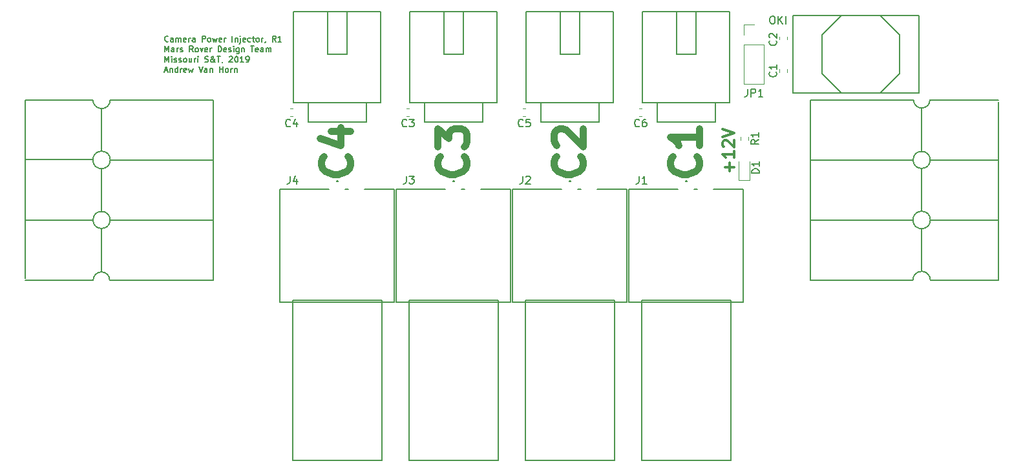
<source format=gbr>
G04 #@! TF.GenerationSoftware,KiCad,Pcbnew,(5.0.2)-1*
G04 #@! TF.CreationDate,2019-04-02T18:39:04-05:00*
G04 #@! TF.ProjectId,CameraPowerInjector_Hardware,43616d65-7261-4506-9f77-6572496e6a65,rev?*
G04 #@! TF.SameCoordinates,Original*
G04 #@! TF.FileFunction,Legend,Top*
G04 #@! TF.FilePolarity,Positive*
%FSLAX46Y46*%
G04 Gerber Fmt 4.6, Leading zero omitted, Abs format (unit mm)*
G04 Created by KiCad (PCBNEW (5.0.2)-1) date 4/2/2019 6:39:04 PM*
%MOMM*%
%LPD*%
G01*
G04 APERTURE LIST*
%ADD10C,0.300000*%
%ADD11C,0.190500*%
%ADD12C,0.952500*%
%ADD13C,0.120000*%
%ADD14C,0.150000*%
%ADD15C,0.152400*%
G04 APERTURE END LIST*
D10*
X127615142Y-116942857D02*
X127615142Y-115800000D01*
X128186571Y-116371428D02*
X127043714Y-116371428D01*
X128186571Y-114300000D02*
X128186571Y-115157142D01*
X128186571Y-114728571D02*
X126686571Y-114728571D01*
X126900857Y-114871428D01*
X127043714Y-115014285D01*
X127115142Y-115157142D01*
X126829428Y-113728571D02*
X126758000Y-113657142D01*
X126686571Y-113514285D01*
X126686571Y-113157142D01*
X126758000Y-113014285D01*
X126829428Y-112942857D01*
X126972285Y-112871428D01*
X127115142Y-112871428D01*
X127329428Y-112942857D01*
X128186571Y-113800000D01*
X128186571Y-112871428D01*
X126686571Y-112442857D02*
X128186571Y-111942857D01*
X126686571Y-111442857D01*
D11*
X54080682Y-99871892D02*
X54044396Y-99908178D01*
X53935539Y-99944464D01*
X53862967Y-99944464D01*
X53754110Y-99908178D01*
X53681539Y-99835607D01*
X53645253Y-99763035D01*
X53608967Y-99617892D01*
X53608967Y-99509035D01*
X53645253Y-99363892D01*
X53681539Y-99291321D01*
X53754110Y-99218750D01*
X53862967Y-99182464D01*
X53935539Y-99182464D01*
X54044396Y-99218750D01*
X54080682Y-99255035D01*
X54733825Y-99944464D02*
X54733825Y-99545321D01*
X54697539Y-99472750D01*
X54624967Y-99436464D01*
X54479825Y-99436464D01*
X54407253Y-99472750D01*
X54733825Y-99908178D02*
X54661253Y-99944464D01*
X54479825Y-99944464D01*
X54407253Y-99908178D01*
X54370967Y-99835607D01*
X54370967Y-99763035D01*
X54407253Y-99690464D01*
X54479825Y-99654178D01*
X54661253Y-99654178D01*
X54733825Y-99617892D01*
X55096682Y-99944464D02*
X55096682Y-99436464D01*
X55096682Y-99509035D02*
X55132967Y-99472750D01*
X55205539Y-99436464D01*
X55314396Y-99436464D01*
X55386967Y-99472750D01*
X55423253Y-99545321D01*
X55423253Y-99944464D01*
X55423253Y-99545321D02*
X55459539Y-99472750D01*
X55532110Y-99436464D01*
X55640967Y-99436464D01*
X55713539Y-99472750D01*
X55749825Y-99545321D01*
X55749825Y-99944464D01*
X56402967Y-99908178D02*
X56330396Y-99944464D01*
X56185253Y-99944464D01*
X56112682Y-99908178D01*
X56076396Y-99835607D01*
X56076396Y-99545321D01*
X56112682Y-99472750D01*
X56185253Y-99436464D01*
X56330396Y-99436464D01*
X56402967Y-99472750D01*
X56439253Y-99545321D01*
X56439253Y-99617892D01*
X56076396Y-99690464D01*
X56765825Y-99944464D02*
X56765825Y-99436464D01*
X56765825Y-99581607D02*
X56802110Y-99509035D01*
X56838396Y-99472750D01*
X56910967Y-99436464D01*
X56983539Y-99436464D01*
X57564110Y-99944464D02*
X57564110Y-99545321D01*
X57527825Y-99472750D01*
X57455253Y-99436464D01*
X57310110Y-99436464D01*
X57237539Y-99472750D01*
X57564110Y-99908178D02*
X57491539Y-99944464D01*
X57310110Y-99944464D01*
X57237539Y-99908178D01*
X57201253Y-99835607D01*
X57201253Y-99763035D01*
X57237539Y-99690464D01*
X57310110Y-99654178D01*
X57491539Y-99654178D01*
X57564110Y-99617892D01*
X58507539Y-99944464D02*
X58507539Y-99182464D01*
X58797825Y-99182464D01*
X58870396Y-99218750D01*
X58906682Y-99255035D01*
X58942967Y-99327607D01*
X58942967Y-99436464D01*
X58906682Y-99509035D01*
X58870396Y-99545321D01*
X58797825Y-99581607D01*
X58507539Y-99581607D01*
X59378396Y-99944464D02*
X59305825Y-99908178D01*
X59269539Y-99871892D01*
X59233253Y-99799321D01*
X59233253Y-99581607D01*
X59269539Y-99509035D01*
X59305825Y-99472750D01*
X59378396Y-99436464D01*
X59487253Y-99436464D01*
X59559825Y-99472750D01*
X59596110Y-99509035D01*
X59632396Y-99581607D01*
X59632396Y-99799321D01*
X59596110Y-99871892D01*
X59559825Y-99908178D01*
X59487253Y-99944464D01*
X59378396Y-99944464D01*
X59886396Y-99436464D02*
X60031539Y-99944464D01*
X60176682Y-99581607D01*
X60321825Y-99944464D01*
X60466967Y-99436464D01*
X61047539Y-99908178D02*
X60974967Y-99944464D01*
X60829825Y-99944464D01*
X60757253Y-99908178D01*
X60720967Y-99835607D01*
X60720967Y-99545321D01*
X60757253Y-99472750D01*
X60829825Y-99436464D01*
X60974967Y-99436464D01*
X61047539Y-99472750D01*
X61083825Y-99545321D01*
X61083825Y-99617892D01*
X60720967Y-99690464D01*
X61410396Y-99944464D02*
X61410396Y-99436464D01*
X61410396Y-99581607D02*
X61446682Y-99509035D01*
X61482967Y-99472750D01*
X61555539Y-99436464D01*
X61628110Y-99436464D01*
X62462682Y-99944464D02*
X62462682Y-99182464D01*
X62825539Y-99436464D02*
X62825539Y-99944464D01*
X62825539Y-99509035D02*
X62861825Y-99472750D01*
X62934396Y-99436464D01*
X63043253Y-99436464D01*
X63115825Y-99472750D01*
X63152110Y-99545321D01*
X63152110Y-99944464D01*
X63514967Y-99436464D02*
X63514967Y-100089607D01*
X63478682Y-100162178D01*
X63406110Y-100198464D01*
X63369825Y-100198464D01*
X63514967Y-99182464D02*
X63478682Y-99218750D01*
X63514967Y-99255035D01*
X63551253Y-99218750D01*
X63514967Y-99182464D01*
X63514967Y-99255035D01*
X64168110Y-99908178D02*
X64095539Y-99944464D01*
X63950396Y-99944464D01*
X63877825Y-99908178D01*
X63841539Y-99835607D01*
X63841539Y-99545321D01*
X63877825Y-99472750D01*
X63950396Y-99436464D01*
X64095539Y-99436464D01*
X64168110Y-99472750D01*
X64204396Y-99545321D01*
X64204396Y-99617892D01*
X63841539Y-99690464D01*
X64857539Y-99908178D02*
X64784967Y-99944464D01*
X64639825Y-99944464D01*
X64567253Y-99908178D01*
X64530967Y-99871892D01*
X64494682Y-99799321D01*
X64494682Y-99581607D01*
X64530967Y-99509035D01*
X64567253Y-99472750D01*
X64639825Y-99436464D01*
X64784967Y-99436464D01*
X64857539Y-99472750D01*
X65075253Y-99436464D02*
X65365539Y-99436464D01*
X65184110Y-99182464D02*
X65184110Y-99835607D01*
X65220396Y-99908178D01*
X65292967Y-99944464D01*
X65365539Y-99944464D01*
X65728396Y-99944464D02*
X65655825Y-99908178D01*
X65619539Y-99871892D01*
X65583253Y-99799321D01*
X65583253Y-99581607D01*
X65619539Y-99509035D01*
X65655825Y-99472750D01*
X65728396Y-99436464D01*
X65837253Y-99436464D01*
X65909825Y-99472750D01*
X65946110Y-99509035D01*
X65982396Y-99581607D01*
X65982396Y-99799321D01*
X65946110Y-99871892D01*
X65909825Y-99908178D01*
X65837253Y-99944464D01*
X65728396Y-99944464D01*
X66308967Y-99944464D02*
X66308967Y-99436464D01*
X66308967Y-99581607D02*
X66345253Y-99509035D01*
X66381539Y-99472750D01*
X66454110Y-99436464D01*
X66526682Y-99436464D01*
X66816967Y-99908178D02*
X66816967Y-99944464D01*
X66780682Y-100017035D01*
X66744396Y-100053321D01*
X68159539Y-99944464D02*
X67905539Y-99581607D01*
X67724110Y-99944464D02*
X67724110Y-99182464D01*
X68014396Y-99182464D01*
X68086967Y-99218750D01*
X68123253Y-99255035D01*
X68159539Y-99327607D01*
X68159539Y-99436464D01*
X68123253Y-99509035D01*
X68086967Y-99545321D01*
X68014396Y-99581607D01*
X67724110Y-99581607D01*
X68885253Y-99944464D02*
X68449825Y-99944464D01*
X68667539Y-99944464D02*
X68667539Y-99182464D01*
X68594967Y-99291321D01*
X68522396Y-99363892D01*
X68449825Y-99400178D01*
X53645253Y-101277964D02*
X53645253Y-100515964D01*
X53899253Y-101060250D01*
X54153253Y-100515964D01*
X54153253Y-101277964D01*
X54842682Y-101277964D02*
X54842682Y-100878821D01*
X54806396Y-100806250D01*
X54733825Y-100769964D01*
X54588682Y-100769964D01*
X54516110Y-100806250D01*
X54842682Y-101241678D02*
X54770110Y-101277964D01*
X54588682Y-101277964D01*
X54516110Y-101241678D01*
X54479825Y-101169107D01*
X54479825Y-101096535D01*
X54516110Y-101023964D01*
X54588682Y-100987678D01*
X54770110Y-100987678D01*
X54842682Y-100951392D01*
X55205539Y-101277964D02*
X55205539Y-100769964D01*
X55205539Y-100915107D02*
X55241825Y-100842535D01*
X55278110Y-100806250D01*
X55350682Y-100769964D01*
X55423253Y-100769964D01*
X55640967Y-101241678D02*
X55713539Y-101277964D01*
X55858682Y-101277964D01*
X55931253Y-101241678D01*
X55967539Y-101169107D01*
X55967539Y-101132821D01*
X55931253Y-101060250D01*
X55858682Y-101023964D01*
X55749825Y-101023964D01*
X55677253Y-100987678D01*
X55640967Y-100915107D01*
X55640967Y-100878821D01*
X55677253Y-100806250D01*
X55749825Y-100769964D01*
X55858682Y-100769964D01*
X55931253Y-100806250D01*
X57310110Y-101277964D02*
X57056110Y-100915107D01*
X56874682Y-101277964D02*
X56874682Y-100515964D01*
X57164967Y-100515964D01*
X57237539Y-100552250D01*
X57273825Y-100588535D01*
X57310110Y-100661107D01*
X57310110Y-100769964D01*
X57273825Y-100842535D01*
X57237539Y-100878821D01*
X57164967Y-100915107D01*
X56874682Y-100915107D01*
X57745539Y-101277964D02*
X57672967Y-101241678D01*
X57636682Y-101205392D01*
X57600396Y-101132821D01*
X57600396Y-100915107D01*
X57636682Y-100842535D01*
X57672967Y-100806250D01*
X57745539Y-100769964D01*
X57854396Y-100769964D01*
X57926967Y-100806250D01*
X57963253Y-100842535D01*
X57999539Y-100915107D01*
X57999539Y-101132821D01*
X57963253Y-101205392D01*
X57926967Y-101241678D01*
X57854396Y-101277964D01*
X57745539Y-101277964D01*
X58253539Y-100769964D02*
X58434967Y-101277964D01*
X58616396Y-100769964D01*
X59196967Y-101241678D02*
X59124396Y-101277964D01*
X58979253Y-101277964D01*
X58906682Y-101241678D01*
X58870396Y-101169107D01*
X58870396Y-100878821D01*
X58906682Y-100806250D01*
X58979253Y-100769964D01*
X59124396Y-100769964D01*
X59196967Y-100806250D01*
X59233253Y-100878821D01*
X59233253Y-100951392D01*
X58870396Y-101023964D01*
X59559825Y-101277964D02*
X59559825Y-100769964D01*
X59559825Y-100915107D02*
X59596110Y-100842535D01*
X59632396Y-100806250D01*
X59704967Y-100769964D01*
X59777539Y-100769964D01*
X60612110Y-101277964D02*
X60612110Y-100515964D01*
X60793539Y-100515964D01*
X60902396Y-100552250D01*
X60974967Y-100624821D01*
X61011253Y-100697392D01*
X61047539Y-100842535D01*
X61047539Y-100951392D01*
X61011253Y-101096535D01*
X60974967Y-101169107D01*
X60902396Y-101241678D01*
X60793539Y-101277964D01*
X60612110Y-101277964D01*
X61664396Y-101241678D02*
X61591825Y-101277964D01*
X61446682Y-101277964D01*
X61374110Y-101241678D01*
X61337825Y-101169107D01*
X61337825Y-100878821D01*
X61374110Y-100806250D01*
X61446682Y-100769964D01*
X61591825Y-100769964D01*
X61664396Y-100806250D01*
X61700682Y-100878821D01*
X61700682Y-100951392D01*
X61337825Y-101023964D01*
X61990967Y-101241678D02*
X62063539Y-101277964D01*
X62208682Y-101277964D01*
X62281253Y-101241678D01*
X62317539Y-101169107D01*
X62317539Y-101132821D01*
X62281253Y-101060250D01*
X62208682Y-101023964D01*
X62099825Y-101023964D01*
X62027253Y-100987678D01*
X61990967Y-100915107D01*
X61990967Y-100878821D01*
X62027253Y-100806250D01*
X62099825Y-100769964D01*
X62208682Y-100769964D01*
X62281253Y-100806250D01*
X62644110Y-101277964D02*
X62644110Y-100769964D01*
X62644110Y-100515964D02*
X62607825Y-100552250D01*
X62644110Y-100588535D01*
X62680396Y-100552250D01*
X62644110Y-100515964D01*
X62644110Y-100588535D01*
X63333539Y-100769964D02*
X63333539Y-101386821D01*
X63297253Y-101459392D01*
X63260967Y-101495678D01*
X63188396Y-101531964D01*
X63079539Y-101531964D01*
X63006967Y-101495678D01*
X63333539Y-101241678D02*
X63260967Y-101277964D01*
X63115825Y-101277964D01*
X63043253Y-101241678D01*
X63006967Y-101205392D01*
X62970682Y-101132821D01*
X62970682Y-100915107D01*
X63006967Y-100842535D01*
X63043253Y-100806250D01*
X63115825Y-100769964D01*
X63260967Y-100769964D01*
X63333539Y-100806250D01*
X63696396Y-100769964D02*
X63696396Y-101277964D01*
X63696396Y-100842535D02*
X63732682Y-100806250D01*
X63805253Y-100769964D01*
X63914110Y-100769964D01*
X63986682Y-100806250D01*
X64022967Y-100878821D01*
X64022967Y-101277964D01*
X64857539Y-100515964D02*
X65292967Y-100515964D01*
X65075253Y-101277964D02*
X65075253Y-100515964D01*
X65837253Y-101241678D02*
X65764682Y-101277964D01*
X65619539Y-101277964D01*
X65546967Y-101241678D01*
X65510682Y-101169107D01*
X65510682Y-100878821D01*
X65546967Y-100806250D01*
X65619539Y-100769964D01*
X65764682Y-100769964D01*
X65837253Y-100806250D01*
X65873539Y-100878821D01*
X65873539Y-100951392D01*
X65510682Y-101023964D01*
X66526682Y-101277964D02*
X66526682Y-100878821D01*
X66490396Y-100806250D01*
X66417825Y-100769964D01*
X66272682Y-100769964D01*
X66200110Y-100806250D01*
X66526682Y-101241678D02*
X66454110Y-101277964D01*
X66272682Y-101277964D01*
X66200110Y-101241678D01*
X66163825Y-101169107D01*
X66163825Y-101096535D01*
X66200110Y-101023964D01*
X66272682Y-100987678D01*
X66454110Y-100987678D01*
X66526682Y-100951392D01*
X66889539Y-101277964D02*
X66889539Y-100769964D01*
X66889539Y-100842535D02*
X66925825Y-100806250D01*
X66998396Y-100769964D01*
X67107253Y-100769964D01*
X67179825Y-100806250D01*
X67216110Y-100878821D01*
X67216110Y-101277964D01*
X67216110Y-100878821D02*
X67252396Y-100806250D01*
X67324967Y-100769964D01*
X67433825Y-100769964D01*
X67506396Y-100806250D01*
X67542682Y-100878821D01*
X67542682Y-101277964D01*
X53645253Y-102611464D02*
X53645253Y-101849464D01*
X53899253Y-102393750D01*
X54153253Y-101849464D01*
X54153253Y-102611464D01*
X54516110Y-102611464D02*
X54516110Y-102103464D01*
X54516110Y-101849464D02*
X54479825Y-101885750D01*
X54516110Y-101922035D01*
X54552396Y-101885750D01*
X54516110Y-101849464D01*
X54516110Y-101922035D01*
X54842682Y-102575178D02*
X54915253Y-102611464D01*
X55060396Y-102611464D01*
X55132967Y-102575178D01*
X55169253Y-102502607D01*
X55169253Y-102466321D01*
X55132967Y-102393750D01*
X55060396Y-102357464D01*
X54951539Y-102357464D01*
X54878967Y-102321178D01*
X54842682Y-102248607D01*
X54842682Y-102212321D01*
X54878967Y-102139750D01*
X54951539Y-102103464D01*
X55060396Y-102103464D01*
X55132967Y-102139750D01*
X55459539Y-102575178D02*
X55532110Y-102611464D01*
X55677253Y-102611464D01*
X55749825Y-102575178D01*
X55786110Y-102502607D01*
X55786110Y-102466321D01*
X55749825Y-102393750D01*
X55677253Y-102357464D01*
X55568396Y-102357464D01*
X55495825Y-102321178D01*
X55459539Y-102248607D01*
X55459539Y-102212321D01*
X55495825Y-102139750D01*
X55568396Y-102103464D01*
X55677253Y-102103464D01*
X55749825Y-102139750D01*
X56221539Y-102611464D02*
X56148967Y-102575178D01*
X56112682Y-102538892D01*
X56076396Y-102466321D01*
X56076396Y-102248607D01*
X56112682Y-102176035D01*
X56148967Y-102139750D01*
X56221539Y-102103464D01*
X56330396Y-102103464D01*
X56402967Y-102139750D01*
X56439253Y-102176035D01*
X56475539Y-102248607D01*
X56475539Y-102466321D01*
X56439253Y-102538892D01*
X56402967Y-102575178D01*
X56330396Y-102611464D01*
X56221539Y-102611464D01*
X57128682Y-102103464D02*
X57128682Y-102611464D01*
X56802110Y-102103464D02*
X56802110Y-102502607D01*
X56838396Y-102575178D01*
X56910967Y-102611464D01*
X57019825Y-102611464D01*
X57092396Y-102575178D01*
X57128682Y-102538892D01*
X57491539Y-102611464D02*
X57491539Y-102103464D01*
X57491539Y-102248607D02*
X57527825Y-102176035D01*
X57564110Y-102139750D01*
X57636682Y-102103464D01*
X57709253Y-102103464D01*
X57963253Y-102611464D02*
X57963253Y-102103464D01*
X57963253Y-101849464D02*
X57926967Y-101885750D01*
X57963253Y-101922035D01*
X57999539Y-101885750D01*
X57963253Y-101849464D01*
X57963253Y-101922035D01*
X58870396Y-102575178D02*
X58979253Y-102611464D01*
X59160682Y-102611464D01*
X59233253Y-102575178D01*
X59269539Y-102538892D01*
X59305825Y-102466321D01*
X59305825Y-102393750D01*
X59269539Y-102321178D01*
X59233253Y-102284892D01*
X59160682Y-102248607D01*
X59015539Y-102212321D01*
X58942967Y-102176035D01*
X58906682Y-102139750D01*
X58870396Y-102067178D01*
X58870396Y-101994607D01*
X58906682Y-101922035D01*
X58942967Y-101885750D01*
X59015539Y-101849464D01*
X59196967Y-101849464D01*
X59305825Y-101885750D01*
X60249253Y-102611464D02*
X60212967Y-102611464D01*
X60140396Y-102575178D01*
X60031539Y-102466321D01*
X59850110Y-102248607D01*
X59777539Y-102139750D01*
X59741253Y-102030892D01*
X59741253Y-101958321D01*
X59777539Y-101885750D01*
X59850110Y-101849464D01*
X59886396Y-101849464D01*
X59958967Y-101885750D01*
X59995253Y-101958321D01*
X59995253Y-101994607D01*
X59958967Y-102067178D01*
X59922682Y-102103464D01*
X59704967Y-102248607D01*
X59668682Y-102284892D01*
X59632396Y-102357464D01*
X59632396Y-102466321D01*
X59668682Y-102538892D01*
X59704967Y-102575178D01*
X59777539Y-102611464D01*
X59886396Y-102611464D01*
X59958967Y-102575178D01*
X59995253Y-102538892D01*
X60104110Y-102393750D01*
X60140396Y-102284892D01*
X60140396Y-102212321D01*
X60466967Y-101849464D02*
X60902396Y-101849464D01*
X60684682Y-102611464D02*
X60684682Y-101849464D01*
X61192682Y-102575178D02*
X61192682Y-102611464D01*
X61156396Y-102684035D01*
X61120110Y-102720321D01*
X62063539Y-101922035D02*
X62099825Y-101885750D01*
X62172396Y-101849464D01*
X62353825Y-101849464D01*
X62426396Y-101885750D01*
X62462682Y-101922035D01*
X62498967Y-101994607D01*
X62498967Y-102067178D01*
X62462682Y-102176035D01*
X62027253Y-102611464D01*
X62498967Y-102611464D01*
X62970682Y-101849464D02*
X63043253Y-101849464D01*
X63115825Y-101885750D01*
X63152110Y-101922035D01*
X63188396Y-101994607D01*
X63224682Y-102139750D01*
X63224682Y-102321178D01*
X63188396Y-102466321D01*
X63152110Y-102538892D01*
X63115825Y-102575178D01*
X63043253Y-102611464D01*
X62970682Y-102611464D01*
X62898110Y-102575178D01*
X62861825Y-102538892D01*
X62825539Y-102466321D01*
X62789253Y-102321178D01*
X62789253Y-102139750D01*
X62825539Y-101994607D01*
X62861825Y-101922035D01*
X62898110Y-101885750D01*
X62970682Y-101849464D01*
X63950396Y-102611464D02*
X63514967Y-102611464D01*
X63732682Y-102611464D02*
X63732682Y-101849464D01*
X63660110Y-101958321D01*
X63587539Y-102030892D01*
X63514967Y-102067178D01*
X64313253Y-102611464D02*
X64458396Y-102611464D01*
X64530967Y-102575178D01*
X64567253Y-102538892D01*
X64639825Y-102430035D01*
X64676110Y-102284892D01*
X64676110Y-101994607D01*
X64639825Y-101922035D01*
X64603539Y-101885750D01*
X64530967Y-101849464D01*
X64385825Y-101849464D01*
X64313253Y-101885750D01*
X64276967Y-101922035D01*
X64240682Y-101994607D01*
X64240682Y-102176035D01*
X64276967Y-102248607D01*
X64313253Y-102284892D01*
X64385825Y-102321178D01*
X64530967Y-102321178D01*
X64603539Y-102284892D01*
X64639825Y-102248607D01*
X64676110Y-102176035D01*
X53608967Y-103727250D02*
X53971825Y-103727250D01*
X53536396Y-103944964D02*
X53790396Y-103182964D01*
X54044396Y-103944964D01*
X54298396Y-103436964D02*
X54298396Y-103944964D01*
X54298396Y-103509535D02*
X54334682Y-103473250D01*
X54407253Y-103436964D01*
X54516110Y-103436964D01*
X54588682Y-103473250D01*
X54624967Y-103545821D01*
X54624967Y-103944964D01*
X55314396Y-103944964D02*
X55314396Y-103182964D01*
X55314396Y-103908678D02*
X55241825Y-103944964D01*
X55096682Y-103944964D01*
X55024110Y-103908678D01*
X54987825Y-103872392D01*
X54951539Y-103799821D01*
X54951539Y-103582107D01*
X54987825Y-103509535D01*
X55024110Y-103473250D01*
X55096682Y-103436964D01*
X55241825Y-103436964D01*
X55314396Y-103473250D01*
X55677253Y-103944964D02*
X55677253Y-103436964D01*
X55677253Y-103582107D02*
X55713539Y-103509535D01*
X55749825Y-103473250D01*
X55822396Y-103436964D01*
X55894967Y-103436964D01*
X56439253Y-103908678D02*
X56366682Y-103944964D01*
X56221539Y-103944964D01*
X56148967Y-103908678D01*
X56112682Y-103836107D01*
X56112682Y-103545821D01*
X56148967Y-103473250D01*
X56221539Y-103436964D01*
X56366682Y-103436964D01*
X56439253Y-103473250D01*
X56475539Y-103545821D01*
X56475539Y-103618392D01*
X56112682Y-103690964D01*
X56729539Y-103436964D02*
X56874682Y-103944964D01*
X57019825Y-103582107D01*
X57164967Y-103944964D01*
X57310110Y-103436964D01*
X58072110Y-103182964D02*
X58326110Y-103944964D01*
X58580110Y-103182964D01*
X59160682Y-103944964D02*
X59160682Y-103545821D01*
X59124396Y-103473250D01*
X59051825Y-103436964D01*
X58906682Y-103436964D01*
X58834110Y-103473250D01*
X59160682Y-103908678D02*
X59088110Y-103944964D01*
X58906682Y-103944964D01*
X58834110Y-103908678D01*
X58797825Y-103836107D01*
X58797825Y-103763535D01*
X58834110Y-103690964D01*
X58906682Y-103654678D01*
X59088110Y-103654678D01*
X59160682Y-103618392D01*
X59523539Y-103436964D02*
X59523539Y-103944964D01*
X59523539Y-103509535D02*
X59559825Y-103473250D01*
X59632396Y-103436964D01*
X59741253Y-103436964D01*
X59813825Y-103473250D01*
X59850110Y-103545821D01*
X59850110Y-103944964D01*
X60793539Y-103944964D02*
X60793539Y-103182964D01*
X60793539Y-103545821D02*
X61228967Y-103545821D01*
X61228967Y-103944964D02*
X61228967Y-103182964D01*
X61700682Y-103944964D02*
X61628110Y-103908678D01*
X61591825Y-103872392D01*
X61555539Y-103799821D01*
X61555539Y-103582107D01*
X61591825Y-103509535D01*
X61628110Y-103473250D01*
X61700682Y-103436964D01*
X61809539Y-103436964D01*
X61882110Y-103473250D01*
X61918396Y-103509535D01*
X61954682Y-103582107D01*
X61954682Y-103799821D01*
X61918396Y-103872392D01*
X61882110Y-103908678D01*
X61809539Y-103944964D01*
X61700682Y-103944964D01*
X62281253Y-103944964D02*
X62281253Y-103436964D01*
X62281253Y-103582107D02*
X62317539Y-103509535D01*
X62353825Y-103473250D01*
X62426396Y-103436964D01*
X62498967Y-103436964D01*
X62752967Y-103436964D02*
X62752967Y-103944964D01*
X62752967Y-103509535D02*
X62789253Y-103473250D01*
X62861825Y-103436964D01*
X62970682Y-103436964D01*
X63043253Y-103473250D01*
X63079539Y-103545821D01*
X63079539Y-103944964D01*
D12*
X123280714Y-114935000D02*
X123462142Y-115116428D01*
X123643571Y-115660714D01*
X123643571Y-116023571D01*
X123462142Y-116567857D01*
X123099285Y-116930714D01*
X122736428Y-117112142D01*
X122010714Y-117293571D01*
X121466428Y-117293571D01*
X120740714Y-117112142D01*
X120377857Y-116930714D01*
X120015000Y-116567857D01*
X119833571Y-116023571D01*
X119833571Y-115660714D01*
X120015000Y-115116428D01*
X120196428Y-114935000D01*
X123643571Y-111306428D02*
X123643571Y-113483571D01*
X123643571Y-112395000D02*
X119833571Y-112395000D01*
X120377857Y-112757857D01*
X120740714Y-113120714D01*
X120922142Y-113483571D01*
X108040714Y-114935000D02*
X108222142Y-115116428D01*
X108403571Y-115660714D01*
X108403571Y-116023571D01*
X108222142Y-116567857D01*
X107859285Y-116930714D01*
X107496428Y-117112142D01*
X106770714Y-117293571D01*
X106226428Y-117293571D01*
X105500714Y-117112142D01*
X105137857Y-116930714D01*
X104775000Y-116567857D01*
X104593571Y-116023571D01*
X104593571Y-115660714D01*
X104775000Y-115116428D01*
X104956428Y-114935000D01*
X104956428Y-113483571D02*
X104775000Y-113302142D01*
X104593571Y-112939285D01*
X104593571Y-112032142D01*
X104775000Y-111669285D01*
X104956428Y-111487857D01*
X105319285Y-111306428D01*
X105682142Y-111306428D01*
X106226428Y-111487857D01*
X108403571Y-113665000D01*
X108403571Y-111306428D01*
X77560714Y-114935000D02*
X77742142Y-115116428D01*
X77923571Y-115660714D01*
X77923571Y-116023571D01*
X77742142Y-116567857D01*
X77379285Y-116930714D01*
X77016428Y-117112142D01*
X76290714Y-117293571D01*
X75746428Y-117293571D01*
X75020714Y-117112142D01*
X74657857Y-116930714D01*
X74295000Y-116567857D01*
X74113571Y-116023571D01*
X74113571Y-115660714D01*
X74295000Y-115116428D01*
X74476428Y-114935000D01*
X75383571Y-111669285D02*
X77923571Y-111669285D01*
X73932142Y-112576428D02*
X76653571Y-113483571D01*
X76653571Y-111125000D01*
X92800714Y-114935000D02*
X92982142Y-115116428D01*
X93163571Y-115660714D01*
X93163571Y-116023571D01*
X92982142Y-116567857D01*
X92619285Y-116930714D01*
X92256428Y-117112142D01*
X91530714Y-117293571D01*
X90986428Y-117293571D01*
X90260714Y-117112142D01*
X89897857Y-116930714D01*
X89535000Y-116567857D01*
X89353571Y-116023571D01*
X89353571Y-115660714D01*
X89535000Y-115116428D01*
X89716428Y-114935000D01*
X89353571Y-113665000D02*
X89353571Y-111306428D01*
X90805000Y-112576428D01*
X90805000Y-112032142D01*
X90986428Y-111669285D01*
X91167857Y-111487857D01*
X91530714Y-111306428D01*
X92437857Y-111306428D01*
X92800714Y-111487857D01*
X92982142Y-111669285D01*
X93163571Y-112032142D01*
X93163571Y-113120714D01*
X92982142Y-113483571D01*
X92800714Y-113665000D01*
D13*
G04 #@! TO.C,C1*
X135130000Y-103916267D02*
X135130000Y-103573733D01*
X134110000Y-103916267D02*
X134110000Y-103573733D01*
G04 #@! TO.C,C2*
X135130000Y-99283733D02*
X135130000Y-99626267D01*
X134110000Y-99283733D02*
X134110000Y-99626267D01*
G04 #@! TO.C,C3*
X85656267Y-109730000D02*
X85313733Y-109730000D01*
X85656267Y-108710000D02*
X85313733Y-108710000D01*
G04 #@! TO.C,C4*
X70416267Y-108710000D02*
X70073733Y-108710000D01*
X70416267Y-109730000D02*
X70073733Y-109730000D01*
G04 #@! TO.C,C5*
X100896267Y-109730000D02*
X100553733Y-109730000D01*
X100896267Y-108710000D02*
X100553733Y-108710000D01*
G04 #@! TO.C,C6*
X116136267Y-108710000D02*
X115793733Y-108710000D01*
X116136267Y-109730000D02*
X115793733Y-109730000D01*
D14*
G04 #@! TO.C,Conn1*
X138180000Y-107569000D02*
X138180000Y-131193000D01*
X162818000Y-107821000D02*
X162818000Y-131193000D01*
X150495000Y-131191000D02*
X138176000Y-131191000D01*
X162814000Y-131191000D02*
X155067000Y-131191000D01*
X155067000Y-115443000D02*
X162814000Y-115443000D01*
X150495000Y-115443000D02*
X138176000Y-115443000D01*
X153924000Y-123317000D02*
G75*
G03X153924000Y-123317000I-1143000J0D01*
G01*
X152781000Y-125603000D02*
X152781000Y-128879600D01*
X150495000Y-123317000D02*
X138176000Y-123317000D01*
X152781000Y-121031000D02*
X152781000Y-117729000D01*
X150495000Y-123317000D02*
X151638000Y-123317000D01*
X152781000Y-125603000D02*
X152781000Y-124460000D01*
X162814000Y-123342400D02*
X153924000Y-123342400D01*
X152781000Y-121031000D02*
X152781000Y-122174000D01*
X152781000Y-130048000D02*
X152781000Y-128879600D01*
X150520400Y-131191000D02*
X151612600Y-131191000D01*
X155092400Y-115443000D02*
X153924000Y-115443000D01*
X152781000Y-117754400D02*
X152781000Y-116586000D01*
X150469600Y-115443000D02*
X151663400Y-115443000D01*
X153924000Y-131191000D02*
G75*
G03X152781000Y-130048000I-1143000J0D01*
G01*
X152781000Y-130048000D02*
G75*
G03X151638000Y-131191000I0J-1143000D01*
G01*
X153924000Y-131191000D02*
X155143200Y-131191000D01*
X151663400Y-107569000D02*
X138180000Y-107569000D01*
X153924000Y-107569000D02*
X162814000Y-107569000D01*
X153898600Y-115443000D02*
G75*
G03X153898600Y-115443000I-1117600J0D01*
G01*
X152806400Y-108635800D02*
G75*
G03X153873200Y-107569000I0J1066800D01*
G01*
X151714200Y-107569000D02*
G75*
G03X152781000Y-108635800I1066800J0D01*
G01*
X152781000Y-114274600D02*
X152781000Y-108712000D01*
G04 #@! TO.C,Conn2*
X118110000Y-110490000D02*
X118110000Y-107950000D01*
X125730000Y-107950000D02*
X125730000Y-110490000D01*
X120650000Y-100330000D02*
X120650000Y-96520000D01*
X120650000Y-100330000D02*
X120650000Y-101600000D01*
X118110000Y-107950000D02*
X116205000Y-107950000D01*
X116205000Y-107950000D02*
X116205000Y-96012000D01*
X120650000Y-96012000D02*
X120650000Y-96520000D01*
X127635000Y-107950000D02*
X127635000Y-96012000D01*
X123190000Y-96012000D02*
X123190000Y-101600000D01*
X125730000Y-110490000D02*
X118110000Y-110490000D01*
X127635000Y-107950000D02*
X118110000Y-107950000D01*
X127635000Y-96012000D02*
X116205000Y-96012000D01*
X123190000Y-101600000D02*
X120650000Y-101600000D01*
G04 #@! TO.C,Conn3*
X107950000Y-101600000D02*
X105410000Y-101600000D01*
X112395000Y-96012000D02*
X100965000Y-96012000D01*
X112395000Y-107950000D02*
X102870000Y-107950000D01*
X110490000Y-110490000D02*
X102870000Y-110490000D01*
X107950000Y-96012000D02*
X107950000Y-101600000D01*
X112395000Y-107950000D02*
X112395000Y-96012000D01*
X105410000Y-96012000D02*
X105410000Y-96520000D01*
X100965000Y-107950000D02*
X100965000Y-96012000D01*
X102870000Y-107950000D02*
X100965000Y-107950000D01*
X105410000Y-100330000D02*
X105410000Y-101600000D01*
X105410000Y-100330000D02*
X105410000Y-96520000D01*
X110490000Y-107950000D02*
X110490000Y-110490000D01*
X102870000Y-110490000D02*
X102870000Y-107950000D01*
G04 #@! TO.C,Conn4*
X87630000Y-110490000D02*
X87630000Y-107950000D01*
X95250000Y-107950000D02*
X95250000Y-110490000D01*
X90170000Y-100330000D02*
X90170000Y-96520000D01*
X90170000Y-100330000D02*
X90170000Y-101600000D01*
X87630000Y-107950000D02*
X85725000Y-107950000D01*
X85725000Y-107950000D02*
X85725000Y-96012000D01*
X90170000Y-96012000D02*
X90170000Y-96520000D01*
X97155000Y-107950000D02*
X97155000Y-96012000D01*
X92710000Y-96012000D02*
X92710000Y-101600000D01*
X95250000Y-110490000D02*
X87630000Y-110490000D01*
X97155000Y-107950000D02*
X87630000Y-107950000D01*
X97155000Y-96012000D02*
X85725000Y-96012000D01*
X92710000Y-101600000D02*
X90170000Y-101600000D01*
G04 #@! TO.C,Conn5*
X77470000Y-101600000D02*
X74930000Y-101600000D01*
X81915000Y-96012000D02*
X70485000Y-96012000D01*
X81915000Y-107950000D02*
X72390000Y-107950000D01*
X80010000Y-110490000D02*
X72390000Y-110490000D01*
X77470000Y-96012000D02*
X77470000Y-101600000D01*
X81915000Y-107950000D02*
X81915000Y-96012000D01*
X74930000Y-96012000D02*
X74930000Y-96520000D01*
X70485000Y-107950000D02*
X70485000Y-96012000D01*
X72390000Y-107950000D02*
X70485000Y-107950000D01*
X74930000Y-100330000D02*
X74930000Y-101600000D01*
X74930000Y-100330000D02*
X74930000Y-96520000D01*
X80010000Y-107950000D02*
X80010000Y-110490000D01*
X72390000Y-110490000D02*
X72390000Y-107950000D01*
G04 #@! TO.C,Conn6*
X45339000Y-124485400D02*
X45339000Y-130048000D01*
X46405800Y-131191000D02*
G75*
G03X45339000Y-130124200I-1066800J0D01*
G01*
X45313600Y-130124200D02*
G75*
G03X44246800Y-131191000I0J-1066800D01*
G01*
X46456600Y-123317000D02*
G75*
G03X46456600Y-123317000I-1117600J0D01*
G01*
X44196000Y-131191000D02*
X35306000Y-131191000D01*
X46456600Y-131191000D02*
X59940000Y-131191000D01*
X44196000Y-107569000D02*
X42976800Y-107569000D01*
X45339000Y-108712000D02*
G75*
G03X46482000Y-107569000I0J1143000D01*
G01*
X44196000Y-107569000D02*
G75*
G03X45339000Y-108712000I1143000J0D01*
G01*
X47650400Y-123317000D02*
X46456600Y-123317000D01*
X45339000Y-121005600D02*
X45339000Y-122174000D01*
X43027600Y-123317000D02*
X44196000Y-123317000D01*
X47599600Y-107569000D02*
X46507400Y-107569000D01*
X45339000Y-108712000D02*
X45339000Y-109880400D01*
X45339000Y-117729000D02*
X45339000Y-116586000D01*
X35306000Y-115417600D02*
X44196000Y-115417600D01*
X45339000Y-113157000D02*
X45339000Y-114300000D01*
X47625000Y-115443000D02*
X46482000Y-115443000D01*
X45339000Y-117729000D02*
X45339000Y-121031000D01*
X47625000Y-115443000D02*
X59944000Y-115443000D01*
X45339000Y-113157000D02*
X45339000Y-109880400D01*
X46482000Y-115443000D02*
G75*
G03X46482000Y-115443000I-1143000J0D01*
G01*
X47625000Y-123317000D02*
X59944000Y-123317000D01*
X43053000Y-123317000D02*
X35306000Y-123317000D01*
X35306000Y-107569000D02*
X43053000Y-107569000D01*
X47625000Y-107569000D02*
X59944000Y-107569000D01*
X35302000Y-130939000D02*
X35302000Y-107567000D01*
X59940000Y-131191000D02*
X59940000Y-107567000D01*
D15*
G04 #@! TO.C,J1*
X121830539Y-118288921D02*
X121920000Y-118110000D01*
X122009461Y-118288921D02*
X121920000Y-118110000D01*
X127762000Y-133858000D02*
X116078000Y-133858000D01*
X116078000Y-133858000D02*
X116078000Y-154813000D01*
X116078000Y-154813000D02*
X127762000Y-154813000D01*
X127762000Y-154813000D02*
X127762000Y-133858000D01*
X129400300Y-119253000D02*
X125547348Y-119253000D01*
X114439700Y-119253000D02*
X114439700Y-134112000D01*
X114439700Y-134112000D02*
X129400300Y-134112000D01*
X129400300Y-134112000D02*
X129400300Y-119253000D01*
X120832652Y-119253000D02*
X114439700Y-119253000D01*
X123372652Y-119253000D02*
X123007348Y-119253000D01*
G04 #@! TO.C,J2*
X108132652Y-119253000D02*
X107767348Y-119253000D01*
X105592652Y-119253000D02*
X99199700Y-119253000D01*
X114160300Y-134112000D02*
X114160300Y-119253000D01*
X99199700Y-134112000D02*
X114160300Y-134112000D01*
X99199700Y-119253000D02*
X99199700Y-134112000D01*
X114160300Y-119253000D02*
X110307348Y-119253000D01*
X112522000Y-154813000D02*
X112522000Y-133858000D01*
X100838000Y-154813000D02*
X112522000Y-154813000D01*
X100838000Y-133858000D02*
X100838000Y-154813000D01*
X112522000Y-133858000D02*
X100838000Y-133858000D01*
X106769461Y-118288921D02*
X106680000Y-118110000D01*
X106590539Y-118288921D02*
X106680000Y-118110000D01*
G04 #@! TO.C,J3*
X91350539Y-118288921D02*
X91440000Y-118110000D01*
X91529461Y-118288921D02*
X91440000Y-118110000D01*
X97282000Y-133858000D02*
X85598000Y-133858000D01*
X85598000Y-133858000D02*
X85598000Y-154813000D01*
X85598000Y-154813000D02*
X97282000Y-154813000D01*
X97282000Y-154813000D02*
X97282000Y-133858000D01*
X98920300Y-119253000D02*
X95067348Y-119253000D01*
X83959700Y-119253000D02*
X83959700Y-134112000D01*
X83959700Y-134112000D02*
X98920300Y-134112000D01*
X98920300Y-134112000D02*
X98920300Y-119253000D01*
X90352652Y-119253000D02*
X83959700Y-119253000D01*
X92892652Y-119253000D02*
X92527348Y-119253000D01*
G04 #@! TO.C,J4*
X77652652Y-119253000D02*
X77287348Y-119253000D01*
X75112652Y-119253000D02*
X68719700Y-119253000D01*
X83680300Y-134112000D02*
X83680300Y-119253000D01*
X68719700Y-134112000D02*
X83680300Y-134112000D01*
X68719700Y-119253000D02*
X68719700Y-134112000D01*
X83680300Y-119253000D02*
X79827348Y-119253000D01*
X82042000Y-154813000D02*
X82042000Y-133858000D01*
X70358000Y-154813000D02*
X82042000Y-154813000D01*
X70358000Y-133858000D02*
X70358000Y-154813000D01*
X82042000Y-133858000D02*
X70358000Y-133858000D01*
X76289461Y-118288921D02*
X76200000Y-118110000D01*
X76110539Y-118288921D02*
X76200000Y-118110000D01*
D13*
G04 #@! TO.C,JP1*
X129480000Y-105470000D02*
X132140000Y-105470000D01*
X129480000Y-100330000D02*
X129480000Y-105470000D01*
X132140000Y-100330000D02*
X132140000Y-105470000D01*
X129480000Y-100330000D02*
X132140000Y-100330000D01*
X129480000Y-99060000D02*
X129480000Y-97730000D01*
X129480000Y-97730000D02*
X130810000Y-97730000D01*
D14*
G04 #@! TO.C,U1*
X139700000Y-99060000D02*
X142240000Y-96520000D01*
X142240000Y-96520000D02*
X147320000Y-96520000D01*
X147320000Y-96520000D02*
X149860000Y-99060000D01*
X149860000Y-99060000D02*
X149860000Y-104140000D01*
X149860000Y-104140000D02*
X147320000Y-106680000D01*
X147320000Y-106680000D02*
X142240000Y-106680000D01*
X142240000Y-106680000D02*
X139700000Y-104140000D01*
X139700000Y-104140000D02*
X139700000Y-99060000D01*
X152400000Y-106680000D02*
X152400000Y-96520000D01*
X135890000Y-106680000D02*
X135890000Y-96520000D01*
X135890000Y-96520000D02*
X152400000Y-96520000D01*
X152400000Y-106680000D02*
X135890000Y-106680000D01*
D13*
G04 #@! TO.C,D1*
X128805000Y-115645000D02*
X128805000Y-118105000D01*
X128805000Y-118105000D02*
X130275000Y-118105000D01*
X130275000Y-118105000D02*
X130275000Y-115645000D01*
G04 #@! TO.C,R1*
X130050000Y-112463733D02*
X130050000Y-112806267D01*
X129030000Y-112463733D02*
X129030000Y-112806267D01*
G04 #@! TO.C,C1*
D14*
X133707142Y-103911666D02*
X133754761Y-103959285D01*
X133802380Y-104102142D01*
X133802380Y-104197380D01*
X133754761Y-104340238D01*
X133659523Y-104435476D01*
X133564285Y-104483095D01*
X133373809Y-104530714D01*
X133230952Y-104530714D01*
X133040476Y-104483095D01*
X132945238Y-104435476D01*
X132850000Y-104340238D01*
X132802380Y-104197380D01*
X132802380Y-104102142D01*
X132850000Y-103959285D01*
X132897619Y-103911666D01*
X133802380Y-102959285D02*
X133802380Y-103530714D01*
X133802380Y-103245000D02*
X132802380Y-103245000D01*
X132945238Y-103340238D01*
X133040476Y-103435476D01*
X133088095Y-103530714D01*
G04 #@! TO.C,C2*
X133707142Y-99792933D02*
X133754761Y-99840552D01*
X133802380Y-99983409D01*
X133802380Y-100078647D01*
X133754761Y-100221505D01*
X133659523Y-100316743D01*
X133564285Y-100364362D01*
X133373809Y-100411981D01*
X133230952Y-100411981D01*
X133040476Y-100364362D01*
X132945238Y-100316743D01*
X132850000Y-100221505D01*
X132802380Y-100078647D01*
X132802380Y-99983409D01*
X132850000Y-99840552D01*
X132897619Y-99792933D01*
X132897619Y-99411981D02*
X132850000Y-99364362D01*
X132802380Y-99269124D01*
X132802380Y-99031028D01*
X132850000Y-98935790D01*
X132897619Y-98888171D01*
X132992857Y-98840552D01*
X133088095Y-98840552D01*
X133230952Y-98888171D01*
X133802380Y-99459600D01*
X133802380Y-98840552D01*
G04 #@! TO.C,C3*
X85318333Y-111007142D02*
X85270714Y-111054761D01*
X85127857Y-111102380D01*
X85032619Y-111102380D01*
X84889761Y-111054761D01*
X84794523Y-110959523D01*
X84746904Y-110864285D01*
X84699285Y-110673809D01*
X84699285Y-110530952D01*
X84746904Y-110340476D01*
X84794523Y-110245238D01*
X84889761Y-110150000D01*
X85032619Y-110102380D01*
X85127857Y-110102380D01*
X85270714Y-110150000D01*
X85318333Y-110197619D01*
X85651666Y-110102380D02*
X86270714Y-110102380D01*
X85937380Y-110483333D01*
X86080238Y-110483333D01*
X86175476Y-110530952D01*
X86223095Y-110578571D01*
X86270714Y-110673809D01*
X86270714Y-110911904D01*
X86223095Y-111007142D01*
X86175476Y-111054761D01*
X86080238Y-111102380D01*
X85794523Y-111102380D01*
X85699285Y-111054761D01*
X85651666Y-111007142D01*
G04 #@! TO.C,C4*
X70078333Y-111007142D02*
X70030714Y-111054761D01*
X69887857Y-111102380D01*
X69792619Y-111102380D01*
X69649761Y-111054761D01*
X69554523Y-110959523D01*
X69506904Y-110864285D01*
X69459285Y-110673809D01*
X69459285Y-110530952D01*
X69506904Y-110340476D01*
X69554523Y-110245238D01*
X69649761Y-110150000D01*
X69792619Y-110102380D01*
X69887857Y-110102380D01*
X70030714Y-110150000D01*
X70078333Y-110197619D01*
X70935476Y-110435714D02*
X70935476Y-111102380D01*
X70697380Y-110054761D02*
X70459285Y-110769047D01*
X71078333Y-110769047D01*
G04 #@! TO.C,C5*
X100558333Y-111007142D02*
X100510714Y-111054761D01*
X100367857Y-111102380D01*
X100272619Y-111102380D01*
X100129761Y-111054761D01*
X100034523Y-110959523D01*
X99986904Y-110864285D01*
X99939285Y-110673809D01*
X99939285Y-110530952D01*
X99986904Y-110340476D01*
X100034523Y-110245238D01*
X100129761Y-110150000D01*
X100272619Y-110102380D01*
X100367857Y-110102380D01*
X100510714Y-110150000D01*
X100558333Y-110197619D01*
X101463095Y-110102380D02*
X100986904Y-110102380D01*
X100939285Y-110578571D01*
X100986904Y-110530952D01*
X101082142Y-110483333D01*
X101320238Y-110483333D01*
X101415476Y-110530952D01*
X101463095Y-110578571D01*
X101510714Y-110673809D01*
X101510714Y-110911904D01*
X101463095Y-111007142D01*
X101415476Y-111054761D01*
X101320238Y-111102380D01*
X101082142Y-111102380D01*
X100986904Y-111054761D01*
X100939285Y-111007142D01*
G04 #@! TO.C,C6*
X115798333Y-111007142D02*
X115750714Y-111054761D01*
X115607857Y-111102380D01*
X115512619Y-111102380D01*
X115369761Y-111054761D01*
X115274523Y-110959523D01*
X115226904Y-110864285D01*
X115179285Y-110673809D01*
X115179285Y-110530952D01*
X115226904Y-110340476D01*
X115274523Y-110245238D01*
X115369761Y-110150000D01*
X115512619Y-110102380D01*
X115607857Y-110102380D01*
X115750714Y-110150000D01*
X115798333Y-110197619D01*
X116655476Y-110102380D02*
X116465000Y-110102380D01*
X116369761Y-110150000D01*
X116322142Y-110197619D01*
X116226904Y-110340476D01*
X116179285Y-110530952D01*
X116179285Y-110911904D01*
X116226904Y-111007142D01*
X116274523Y-111054761D01*
X116369761Y-111102380D01*
X116560238Y-111102380D01*
X116655476Y-111054761D01*
X116703095Y-111007142D01*
X116750714Y-110911904D01*
X116750714Y-110673809D01*
X116703095Y-110578571D01*
X116655476Y-110530952D01*
X116560238Y-110483333D01*
X116369761Y-110483333D01*
X116274523Y-110530952D01*
X116226904Y-110578571D01*
X116179285Y-110673809D01*
G04 #@! TO.C,J1*
X115744666Y-117562380D02*
X115744666Y-118276666D01*
X115697047Y-118419523D01*
X115601809Y-118514761D01*
X115458952Y-118562380D01*
X115363714Y-118562380D01*
X116744666Y-118562380D02*
X116173238Y-118562380D01*
X116458952Y-118562380D02*
X116458952Y-117562380D01*
X116363714Y-117705238D01*
X116268476Y-117800476D01*
X116173238Y-117848095D01*
G04 #@! TO.C,J2*
X100504666Y-117562380D02*
X100504666Y-118276666D01*
X100457047Y-118419523D01*
X100361809Y-118514761D01*
X100218952Y-118562380D01*
X100123714Y-118562380D01*
X100933238Y-117657619D02*
X100980857Y-117610000D01*
X101076095Y-117562380D01*
X101314190Y-117562380D01*
X101409428Y-117610000D01*
X101457047Y-117657619D01*
X101504666Y-117752857D01*
X101504666Y-117848095D01*
X101457047Y-117990952D01*
X100885619Y-118562380D01*
X101504666Y-118562380D01*
G04 #@! TO.C,J3*
X85264666Y-117562380D02*
X85264666Y-118276666D01*
X85217047Y-118419523D01*
X85121809Y-118514761D01*
X84978952Y-118562380D01*
X84883714Y-118562380D01*
X85645619Y-117562380D02*
X86264666Y-117562380D01*
X85931333Y-117943333D01*
X86074190Y-117943333D01*
X86169428Y-117990952D01*
X86217047Y-118038571D01*
X86264666Y-118133809D01*
X86264666Y-118371904D01*
X86217047Y-118467142D01*
X86169428Y-118514761D01*
X86074190Y-118562380D01*
X85788476Y-118562380D01*
X85693238Y-118514761D01*
X85645619Y-118467142D01*
G04 #@! TO.C,J4*
X70024666Y-117562380D02*
X70024666Y-118276666D01*
X69977047Y-118419523D01*
X69881809Y-118514761D01*
X69738952Y-118562380D01*
X69643714Y-118562380D01*
X70929428Y-117895714D02*
X70929428Y-118562380D01*
X70691333Y-117514761D02*
X70453238Y-118229047D01*
X71072285Y-118229047D01*
G04 #@! TO.C,JP1*
X129976666Y-106132380D02*
X129976666Y-106846666D01*
X129929047Y-106989523D01*
X129833809Y-107084761D01*
X129690952Y-107132380D01*
X129595714Y-107132380D01*
X130452857Y-107132380D02*
X130452857Y-106132380D01*
X130833809Y-106132380D01*
X130929047Y-106180000D01*
X130976666Y-106227619D01*
X131024285Y-106322857D01*
X131024285Y-106465714D01*
X130976666Y-106560952D01*
X130929047Y-106608571D01*
X130833809Y-106656190D01*
X130452857Y-106656190D01*
X131976666Y-107132380D02*
X131405238Y-107132380D01*
X131690952Y-107132380D02*
X131690952Y-106132380D01*
X131595714Y-106275238D01*
X131500476Y-106370476D01*
X131405238Y-106418095D01*
G04 #@! TO.C,U1*
X133151666Y-96607380D02*
X133342142Y-96607380D01*
X133437380Y-96655000D01*
X133532619Y-96750238D01*
X133580238Y-96940714D01*
X133580238Y-97274047D01*
X133532619Y-97464523D01*
X133437380Y-97559761D01*
X133342142Y-97607380D01*
X133151666Y-97607380D01*
X133056428Y-97559761D01*
X132961190Y-97464523D01*
X132913571Y-97274047D01*
X132913571Y-96940714D01*
X132961190Y-96750238D01*
X133056428Y-96655000D01*
X133151666Y-96607380D01*
X134008809Y-97607380D02*
X134008809Y-96607380D01*
X134580238Y-97607380D02*
X134151666Y-97035952D01*
X134580238Y-96607380D02*
X134008809Y-97178809D01*
X135008809Y-97607380D02*
X135008809Y-96607380D01*
G04 #@! TO.C,D1*
X131516380Y-117183095D02*
X130516380Y-117183095D01*
X130516380Y-116945000D01*
X130564000Y-116802142D01*
X130659238Y-116706904D01*
X130754476Y-116659285D01*
X130944952Y-116611666D01*
X131087809Y-116611666D01*
X131278285Y-116659285D01*
X131373523Y-116706904D01*
X131468761Y-116802142D01*
X131516380Y-116945000D01*
X131516380Y-117183095D01*
X131516380Y-115659285D02*
X131516380Y-116230714D01*
X131516380Y-115945000D02*
X130516380Y-115945000D01*
X130659238Y-116040238D01*
X130754476Y-116135476D01*
X130802095Y-116230714D01*
G04 #@! TO.C,R1*
X131422380Y-112801666D02*
X130946190Y-113135000D01*
X131422380Y-113373095D02*
X130422380Y-113373095D01*
X130422380Y-112992142D01*
X130470000Y-112896904D01*
X130517619Y-112849285D01*
X130612857Y-112801666D01*
X130755714Y-112801666D01*
X130850952Y-112849285D01*
X130898571Y-112896904D01*
X130946190Y-112992142D01*
X130946190Y-113373095D01*
X131422380Y-111849285D02*
X131422380Y-112420714D01*
X131422380Y-112135000D02*
X130422380Y-112135000D01*
X130565238Y-112230238D01*
X130660476Y-112325476D01*
X130708095Y-112420714D01*
G04 #@! TD*
M02*

</source>
